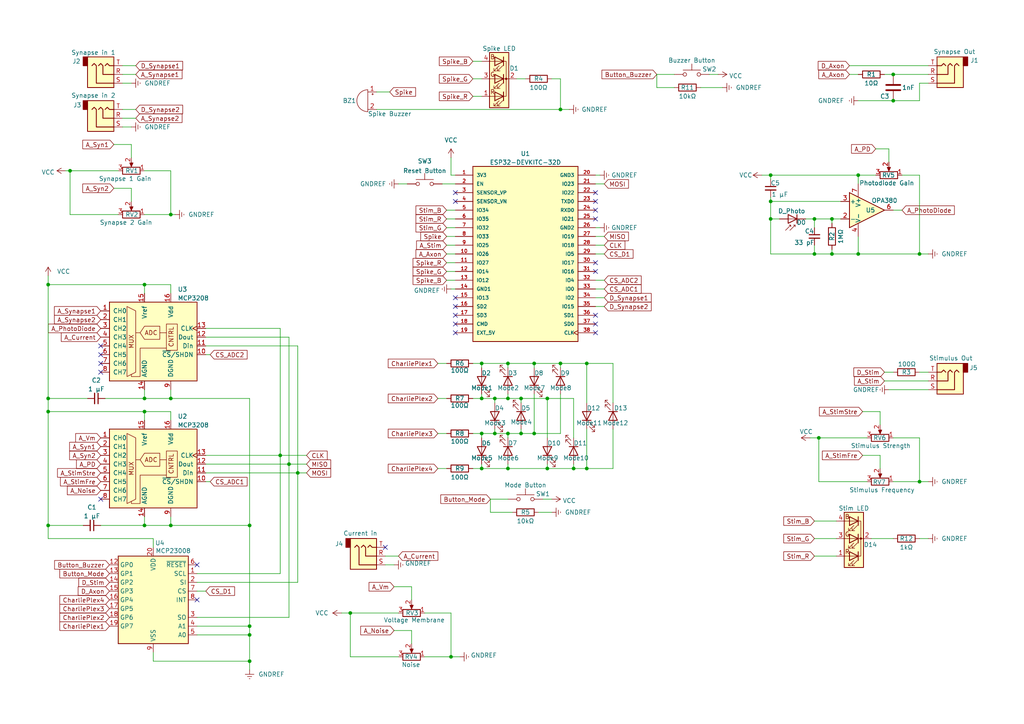
<source format=kicad_sch>
(kicad_sch (version 20250114) (generator "eeschema") (generator_version "9.0")
  (paper "A4")
  (junction (at 170.18 105.41))
  (junction (at 147.32 125.73))
  (junction (at 49.53 152.4))
  (junction (at 13.97 115.57))
  (junction (at 241.3 73.66))
  (junction (at 130.81 190.5))
  (junction (at 72.39 191.77))
  (junction (at 154.94 105.41))
  (junction (at 139.7 115.57))
  (junction (at 86.36 137.16))
  (junction (at 170.18 135.89))
  (junction (at 41.91 82.55))
  (junction (at 166.37 135.89))
  (junction (at 248.92 50.8))
  (junction (at 72.39 181.61))
  (junction (at 139.7 125.73))
  (junction (at 139.7 135.89))
  (junction (at 223.52 50.8))
  (junction (at 13.97 119.38))
  (junction (at 266.7 139.7))
  (junction (at 20.32 49.53))
  (junction (at 143.51 115.57))
  (junction (at 162.56 31.75))
  (junction (at 49.53 115.57))
  (junction (at 151.13 125.73))
  (junction (at 158.75 135.89))
  (junction (at 83.82 134.62))
  (junction (at 237.49 127))
  (junction (at 41.91 152.4))
  (junction (at 147.32 105.41))
  (junction (at 154.94 125.73))
  (junction (at 13.97 82.55))
  (junction (at 72.39 152.4))
  (junction (at 266.7 73.66))
  (junction (at 49.53 62.23))
  (junction (at 81.28 132.08))
  (junction (at 151.13 115.57))
  (junction (at 72.39 184.15))
  (junction (at 101.6 177.8))
  (junction (at 241.3 63.5))
  (junction (at 259.08 21.59))
  (junction (at 13.97 152.4))
  (junction (at 259.08 29.21))
  (junction (at 143.51 125.73))
  (junction (at 147.32 115.57))
  (junction (at 236.22 73.66))
  (junction (at 41.91 119.38))
  (junction (at 223.52 58.42))
  (junction (at 223.52 63.5))
  (junction (at 147.32 135.89))
  (junction (at 158.75 115.57))
  (junction (at 139.7 105.41))
  (junction (at 41.91 115.57))
  (junction (at 248.92 73.66))
  (junction (at 236.22 63.5))
  (junction (at 162.56 105.41))
  (no_connect (at 29.21 144.78))
  (no_connect (at 29.21 107.95))
  (no_connect (at 29.21 105.41))
  (no_connect (at 29.21 100.33))
  (no_connect (at 29.21 102.87))
  (no_connect (at 172.72 91.44))
  (no_connect (at 172.72 93.98))
  (no_connect (at 172.72 96.52))
  (no_connect (at 132.08 93.98))
  (no_connect (at 132.08 91.44))
  (no_connect (at 132.08 88.9))
  (no_connect (at 172.72 55.88))
  (no_connect (at 132.08 86.36))
  (no_connect (at 172.72 76.2))
  (no_connect (at 172.72 78.74))
  (no_connect (at 172.72 63.5))
  (no_connect (at 132.08 96.52))
  (no_connect (at 111.76 158.75))
  (no_connect (at 172.72 58.42))
  (no_connect (at 172.72 60.96))
  (no_connect (at 57.15 173.99))
  (no_connect (at 57.15 163.83))
  (no_connect (at 132.08 55.88))
  (no_connect (at 132.08 58.42))
  (wire (pts (xy 266.7 156.21) (xy 269.24 156.21)))
  (wire (pts (xy 139.7 105.41) (xy 139.7 106.68)))
  (wire (pts (xy 266.7 127) (xy 266.7 139.7)))
  (wire (pts (xy 172.72 73.66) (xy 175.26 73.66)))
  (wire (pts (xy 172.72 50.8) (xy 173.99 50.8)))
  (wire (pts (xy 259.08 29.21) (xy 266.7 29.21)))
  (wire (pts (xy 223.52 50.8) (xy 220.98 50.8)))
  (wire (pts (xy 147.32 105.41) (xy 154.94 105.41)))
  (wire (pts (xy 158.75 115.57) (xy 166.37 115.57)))
  (wire (pts (xy 248.92 73.66) (xy 266.7 73.66)))
  (wire (pts (xy 41.91 82.55) (xy 49.53 82.55)))
  (wire (pts (xy 137.16 125.73) (xy 139.7 125.73)))
  (wire (pts (xy 41.91 82.55) (xy 41.91 85.09)))
  (wire (pts (xy 59.69 171.45) (xy 57.15 171.45)))
  (wire (pts (xy 130.81 177.8) (xy 130.81 190.5)))
  (wire (pts (xy 223.52 57.15) (xy 223.52 58.42)))
  (wire (pts (xy 256.54 107.95) (xy 259.08 107.95)))
  (wire (pts (xy 41.91 115.57) (xy 30.48 115.57)))
  (wire (pts (xy 129.54 76.2) (xy 132.08 76.2)))
  (wire (pts (xy 20.32 49.53) (xy 34.29 49.53)))
  (wire (pts (xy 139.7 125.73) (xy 143.51 125.73)))
  (wire (pts (xy 41.91 119.38) (xy 41.91 121.92)))
  (wire (pts (xy 13.97 152.4) (xy 24.13 152.4)))
  (wire (pts (xy 49.53 62.23) (xy 50.8 62.23)))
  (wire (pts (xy 130.81 45.72) (xy 130.81 50.8)))
  (wire (pts (xy 129.54 71.12) (xy 132.08 71.12)))
  (wire (pts (xy 177.8 105.41) (xy 177.8 116.84)))
  (wire (pts (xy 172.72 68.58) (xy 175.26 68.58)))
  (wire (pts (xy 259.08 127) (xy 266.7 127)))
  (wire (pts (xy 35.56 24.13) (xy 38.1 24.13)))
  (wire (pts (xy 33.02 54.61) (xy 38.1 54.61)))
  (wire (pts (xy 157.48 144.78) (xy 160.02 144.78)))
  (wire (pts (xy 170.18 105.41) (xy 170.18 116.84)))
  (wire (pts (xy 114.3 170.18) (xy 119.38 170.18)))
  (wire (pts (xy 72.39 184.15) (xy 72.39 191.77)))
  (wire (pts (xy 166.37 115.57) (xy 166.37 127)))
  (wire (pts (xy 248.92 29.21) (xy 259.08 29.21)))
  (wire (pts (xy 241.3 73.66) (xy 248.92 73.66)))
  (wire (pts (xy 127 125.73) (xy 129.54 125.73)))
  (wire (pts (xy 41.91 113.03) (xy 41.91 115.57)))
  (wire (pts (xy 236.22 151.13) (xy 242.57 151.13)))
  (wire (pts (xy 13.97 80.01) (xy 13.97 82.55)))
  (wire (pts (xy 49.53 82.55) (xy 49.53 85.09)))
  (wire (pts (xy 256.54 21.59) (xy 259.08 21.59)))
  (wire (pts (xy 35.56 34.29) (xy 39.37 34.29)))
  (wire (pts (xy 44.45 156.21) (xy 44.45 158.75)))
  (wire (pts (xy 83.82 179.07) (xy 57.15 179.07)))
  (wire (pts (xy 13.97 82.55) (xy 13.97 115.57)))
  (wire (pts (xy 129.54 78.74) (xy 132.08 78.74)))
  (wire (pts (xy 38.1 41.91) (xy 33.02 41.91)))
  (wire (pts (xy 49.53 49.53) (xy 49.53 62.23)))
  (wire (pts (xy 237.49 127) (xy 251.46 127)))
  (wire (pts (xy 266.7 50.8) (xy 266.7 73.66)))
  (wire (pts (xy 35.56 31.75) (xy 39.37 31.75)))
  (wire (pts (xy 13.97 119.38) (xy 41.91 119.38)))
  (wire (pts (xy 13.97 115.57) (xy 25.4 115.57)))
  (wire (pts (xy 129.54 73.66) (xy 132.08 73.66)))
  (wire (pts (xy 130.81 190.5) (xy 133.35 190.5)))
  (wire (pts (xy 119.38 170.18) (xy 119.38 173.99)))
  (wire (pts (xy 59.69 139.7) (xy 60.96 139.7)))
  (wire (pts (xy 99.06 177.8) (xy 101.6 177.8)))
  (wire (pts (xy 142.24 148.59) (xy 148.59 148.59)))
  (wire (pts (xy 59.69 134.62) (xy 83.82 134.62)))
  (wire (pts (xy 83.82 134.62) (xy 83.82 179.07)))
  (wire (pts (xy 86.36 168.91) (xy 57.15 168.91)))
  (wire (pts (xy 49.53 152.4) (xy 72.39 152.4)))
  (wire (pts (xy 147.32 125.73) (xy 147.32 127)))
  (wire (pts (xy 57.15 184.15) (xy 72.39 184.15)))
  (wire (pts (xy 172.72 71.12) (xy 175.26 71.12)))
  (wire (pts (xy 137.16 22.86) (xy 139.7 22.86)))
  (wire (pts (xy 130.81 50.8) (xy 132.08 50.8)))
  (wire (pts (xy 129.54 68.58) (xy 132.08 68.58)))
  (wire (pts (xy 160.02 22.86) (xy 162.56 22.86)))
  (wire (pts (xy 166.37 134.62) (xy 166.37 135.89)))
  (wire (pts (xy 109.22 26.67) (xy 113.03 26.67)))
  (wire (pts (xy 257.81 43.18) (xy 254 43.18)))
  (wire (pts (xy 13.97 115.57) (xy 13.97 119.38)))
  (wire (pts (xy 41.91 119.38) (xy 49.53 119.38)))
  (wire (pts (xy 170.18 135.89) (xy 170.18 124.46)))
  (wire (pts (xy 151.13 115.57) (xy 158.75 115.57)))
  (wire (pts (xy 129.54 81.28) (xy 132.08 81.28)))
  (wire (pts (xy 241.3 73.66) (xy 241.3 72.39)))
  (wire (pts (xy 81.28 132.08) (xy 81.28 166.37)))
  (wire (pts (xy 81.28 95.25) (xy 59.69 95.25)))
  (wire (pts (xy 151.13 115.57) (xy 151.13 116.84)))
  (wire (pts (xy 101.6 177.8) (xy 115.57 177.8)))
  (wire (pts (xy 72.39 191.77) (xy 72.39 194.31)))
  (wire (pts (xy 172.72 83.82) (xy 175.26 83.82)))
  (wire (pts (xy 241.3 63.5) (xy 241.3 64.77)))
  (wire (pts (xy 175.26 86.36) (xy 172.72 86.36)))
  (wire (pts (xy 162.56 105.41) (xy 162.56 106.68)))
  (wire (pts (xy 20.32 62.23) (xy 20.32 49.53)))
  (wire (pts (xy 83.82 134.62) (xy 88.9 134.62)))
  (wire (pts (xy 250.19 132.08) (xy 255.27 132.08)))
  (wire (pts (xy 127 135.89) (xy 129.54 135.89)))
  (wire (pts (xy 35.56 19.05) (xy 39.37 19.05)))
  (wire (pts (xy 139.7 115.57) (xy 143.51 115.57)))
  (wire (pts (xy 49.53 115.57) (xy 72.39 115.57)))
  (wire (pts (xy 158.75 115.57) (xy 158.75 127)))
  (wire (pts (xy 158.75 134.62) (xy 158.75 135.89)))
  (wire (pts (xy 59.69 132.08) (xy 81.28 132.08)))
  (wire (pts (xy 205.74 21.59) (xy 208.28 21.59)))
  (wire (pts (xy 266.7 139.7) (xy 269.24 139.7)))
  (wire (pts (xy 172.72 81.28) (xy 175.26 81.28)))
  (wire (pts (xy 162.56 105.41) (xy 170.18 105.41)))
  (wire (pts (xy 257.81 113.03) (xy 269.24 113.03)))
  (wire (pts (xy 115.57 53.34) (xy 118.11 53.34)))
  (wire (pts (xy 139.7 135.89) (xy 147.32 135.89)))
  (wire (pts (xy 41.91 115.57) (xy 49.53 115.57)))
  (wire (pts (xy 139.7 105.41) (xy 147.32 105.41)))
  (wire (pts (xy 139.7 115.57) (xy 137.16 115.57)))
  (wire (pts (xy 266.7 24.13) (xy 269.24 24.13)))
  (wire (pts (xy 243.84 58.42) (xy 223.52 58.42)))
  (wire (pts (xy 143.51 115.57) (xy 143.51 116.84)))
  (wire (pts (xy 72.39 115.57) (xy 72.39 152.4)))
  (wire (pts (xy 35.56 36.83) (xy 38.1 36.83)))
  (wire (pts (xy 81.28 166.37) (xy 57.15 166.37)))
  (wire (pts (xy 49.53 119.38) (xy 49.53 121.92)))
  (wire (pts (xy 190.5 25.4) (xy 195.58 25.4)))
  (wire (pts (xy 234.95 127) (xy 237.49 127)))
  (wire (pts (xy 248.92 68.58) (xy 248.92 73.66)))
  (wire (pts (xy 154.94 125.73) (xy 162.56 125.73)))
  (wire (pts (xy 129.54 66.04) (xy 132.08 66.04)))
  (wire (pts (xy 166.37 135.89) (xy 170.18 135.89)))
  (wire (pts (xy 59.69 137.16) (xy 86.36 137.16)))
  (wire (pts (xy 147.32 115.57) (xy 147.32 114.3)))
  (wire (pts (xy 137.16 17.78) (xy 139.7 17.78)))
  (wire (pts (xy 190.5 21.59) (xy 195.58 21.59)))
  (wire (pts (xy 223.52 58.42) (xy 223.52 63.5)))
  (wire (pts (xy 147.32 134.62) (xy 147.32 135.89)))
  (wire (pts (xy 223.52 63.5) (xy 223.52 73.66)))
  (wire (pts (xy 59.69 102.87) (xy 60.96 102.87)))
  (wire (pts (xy 151.13 125.73) (xy 154.94 125.73)))
  (wire (pts (xy 139.7 134.62) (xy 139.7 135.89)))
  (wire (pts (xy 41.91 152.4) (xy 49.53 152.4)))
  (wire (pts (xy 111.76 163.83) (xy 114.3 163.83)))
  (wire (pts (xy 259.08 21.59) (xy 269.24 21.59)))
  (wire (pts (xy 175.26 88.9) (xy 172.72 88.9)))
  (wire (pts (xy 41.91 62.23) (xy 49.53 62.23)))
  (wire (pts (xy 83.82 97.79) (xy 59.69 97.79)))
  (wire (pts (xy 130.81 83.82) (xy 132.08 83.82)))
  (wire (pts (xy 246.38 21.59) (xy 248.92 21.59)))
  (wire (pts (xy 172.72 53.34) (xy 175.26 53.34)))
  (wire (pts (xy 143.51 124.46) (xy 143.51 125.73)))
  (wire (pts (xy 13.97 82.55) (xy 41.91 82.55)))
  (wire (pts (xy 162.56 114.3) (xy 162.56 125.73)))
  (wire (pts (xy 154.94 105.41) (xy 162.56 105.41)))
  (wire (pts (xy 162.56 31.75) (xy 162.56 22.86)))
  (wire (pts (xy 137.16 105.41) (xy 139.7 105.41)))
  (wire (pts (xy 81.28 132.08) (xy 81.28 95.25)))
  (wire (pts (xy 149.86 22.86) (xy 152.4 22.86)))
  (wire (pts (xy 147.32 105.41) (xy 147.32 106.68)))
  (wire (pts (xy 162.56 31.75) (xy 165.1 31.75)))
  (wire (pts (xy 13.97 152.4) (xy 13.97 156.21)))
  (wire (pts (xy 114.3 182.88) (xy 119.38 182.88)))
  (wire (pts (xy 119.38 182.88) (xy 119.38 186.69)))
  (wire (pts (xy 35.56 21.59) (xy 39.37 21.59)))
  (wire (pts (xy 266.7 24.13) (xy 266.7 29.21)))
  (wire (pts (xy 203.2 25.4) (xy 209.55 25.4)))
  (wire (pts (xy 137.16 27.94) (xy 139.7 27.94)))
  (wire (pts (xy 86.36 137.16) (xy 86.36 168.91)))
  (wire (pts (xy 13.97 156.21) (xy 44.45 156.21)))
  (wire (pts (xy 255.27 132.08) (xy 255.27 135.89)))
  (wire (pts (xy 259.08 139.7) (xy 266.7 139.7)))
  (wire (pts (xy 29.21 152.4) (xy 41.91 152.4)))
  (wire (pts (xy 255.27 119.38) (xy 255.27 123.19)))
  (wire (pts (xy 236.22 156.21) (xy 242.57 156.21)))
  (wire (pts (xy 156.21 148.59) (xy 160.02 148.59)))
  (wire (pts (xy 72.39 181.61) (xy 57.15 181.61)))
  (wire (pts (xy 236.22 71.12) (xy 236.22 73.66)))
  (wire (pts (xy 137.16 135.89) (xy 139.7 135.89)))
  (wire (pts (xy 248.92 50.8) (xy 248.92 53.34)))
  (wire (pts (xy 83.82 134.62) (xy 83.82 97.79)))
  (wire (pts (xy 223.52 50.8) (xy 248.92 50.8)))
  (wire (pts (xy 266.7 107.95) (xy 269.24 107.95)))
  (wire (pts (xy 154.94 105.41) (xy 154.94 106.68)))
  (wire (pts (xy 236.22 63.5) (xy 236.22 66.04)))
  (wire (pts (xy 237.49 139.7) (xy 237.49 127)))
  (wire (pts (xy 237.49 139.7) (xy 251.46 139.7)))
  (wire (pts (xy 86.36 100.33) (xy 59.69 100.33)))
  (wire (pts (xy 254 50.8) (xy 248.92 50.8)))
  (wire (pts (xy 223.52 63.5) (xy 226.06 63.5)))
  (wire (pts (xy 223.52 52.07) (xy 223.52 50.8)))
  (wire (pts (xy 170.18 135.89) (xy 177.8 135.89)))
  (wire (pts (xy 261.62 60.96) (xy 259.08 60.96)))
  (wire (pts (xy 101.6 190.5) (xy 115.57 190.5)))
  (wire (pts (xy 49.53 115.57) (xy 49.53 113.03)))
  (wire (pts (xy 151.13 125.73) (xy 151.13 124.46)))
  (wire (pts (xy 44.45 191.77) (xy 72.39 191.77)))
  (wire (pts (xy 128.27 53.34) (xy 132.08 53.34)))
  (wire (pts (xy 170.18 105.41) (xy 177.8 105.41)))
  (wire (pts (xy 223.52 73.66) (xy 236.22 73.66)))
  (wire (pts (xy 139.7 125.73) (xy 139.7 127)))
  (wire (pts (xy 143.51 115.57) (xy 147.32 115.57)))
  (wire (pts (xy 41.91 49.53) (xy 49.53 49.53)))
  (wire (pts (xy 177.8 135.89) (xy 177.8 124.46)))
  (wire (pts (xy 236.22 63.5) (xy 241.3 63.5)))
  (wire (pts (xy 142.24 144.78) (xy 147.32 144.78)))
  (wire (pts (xy 86.36 137.16) (xy 86.36 100.33)))
  (wire (pts (xy 86.36 137.16) (xy 88.9 137.16)))
  (wire (pts (xy 142.24 144.78) (xy 142.24 148.59)))
  (wire (pts (xy 109.22 31.75) (xy 162.56 31.75)))
  (wire (pts (xy 13.97 119.38) (xy 13.97 152.4)))
  (wire (pts (xy 38.1 41.91) (xy 38.1 45.72)))
  (wire (pts (xy 129.54 63.5) (xy 132.08 63.5)))
  (wire (pts (xy 190.5 21.59) (xy 190.5 25.4)))
  (wire (pts (xy 129.54 60.96) (xy 132.08 60.96)))
  (wire (pts (xy 250.19 119.38) (xy 255.27 119.38)))
  (wire (pts (xy 147.32 135.89) (xy 158.75 135.89)))
  (wire (pts (xy 256.54 110.49) (xy 269.24 110.49)))
  (wire (pts (xy 236.22 73.66) (xy 241.3 73.66)))
  (wire (pts (xy 158.75 135.89) (xy 166.37 135.89)))
  (wire (pts (xy 20.32 62.23) (xy 34.29 62.23)))
  (wire (pts (xy 72.39 181.61) (xy 72.39 184.15)))
  (wire (pts (xy 123.19 190.5) (xy 130.81 190.5)))
  (wire (pts (xy 127 105.41) (xy 129.54 105.41)))
  (wire (pts (xy 154.94 114.3) (xy 154.94 125.73)))
  (wire (pts (xy 246.38 19.05) (xy 269.24 19.05)))
  (wire (pts (xy 19.05 49.53) (xy 20.32 49.53)))
  (wire (pts (xy 172.72 66.04) (xy 173.99 66.04)))
  (wire (pts (xy 257.81 43.18) (xy 257.81 46.99)))
  (wire (pts (xy 44.45 189.23) (xy 44.45 191.77)))
  (wire (pts (xy 41.91 149.86) (xy 41.91 152.4)))
  (wire (pts (xy 38.1 54.61) (xy 38.1 58.42)))
  (wire (pts (xy 241.3 63.5) (xy 243.84 63.5)))
  (wire (pts (xy 261.62 50.8) (xy 266.7 50.8)))
  (wire (pts (xy 49.53 149.86) (xy 49.53 152.4)))
  (wire (pts (xy 139.7 114.3) (xy 139.7 115.57)))
  (wire (pts (xy 236.22 161.29) (xy 242.57 161.29)))
  (wire (pts (xy 233.68 63.5) (xy 236.22 63.5)))
  (wire (pts (xy 81.28 132.08) (xy 88.9 132.08)))
  (wire (pts (xy 147.32 115.57) (xy 151.13 115.57)))
  (wire (pts (xy 127 115.57) (xy 129.54 115.57)))
  (wire (pts (xy 147.32 125.73) (xy 151.13 125.73)))
  (wire (pts (xy 101.6 190.5) (xy 101.6 177.8)))
  (wire (pts (xy 266.7 73.66) (xy 269.24 73.66)))
  (wire (pts (xy 123.19 177.8) (xy 130.81 177.8)))
  (wire (pts (xy 111.76 161.29) (xy 115.57 161.29)))
  (wire (pts (xy 252.73 156.21) (xy 259.08 156.21)))
  (wire (pts (xy 72.39 152.4) (xy 72.39 181.61)))
  (wire (pts (xy 143.51 125.73) (xy 147.32 125.73)))
  (global_label "MISO" (shape input) (at 175.26 68.58 0) (property "Intersheetrefs" "${INTERSHEET_REFS}" (effects (hide yes))))
  (global_label "Stim_G" (shape input) (at 129.54 66.04 180) (property "Intersheetrefs" "${INTERSHEET_REFS}" (effects (hide yes))))
  (global_label "Spike_G" (shape input) (at 129.54 78.74 180) (property "Intersheetrefs" "${INTERSHEET_REFS}" (effects (hide yes))))
  (global_label "A_StimFre" (shape input) (at 250.19 132.08 180) (property "Intersheetrefs" "${INTERSHEET_REFS}" (effects (hide yes))))
  (global_label "A_Synapse2" (shape input) (at 29.21 92.71 180) (property "Intersheetrefs" "${INTERSHEET_REFS}" (effects (hide yes))))
  (global_label "MOSI" (shape input) (at 88.9 137.16 0) (property "Intersheetrefs" "${INTERSHEET_REFS}" (effects (hide yes))))
  (global_label "CharliePlex1" (shape input) (at 127 105.41 180) (property "Intersheetrefs" "${INTERSHEET_REFS}" (effects (hide yes))))
  (global_label "A_Axon" (shape input) (at 246.38 21.59 180) (property "Intersheetrefs" "${INTERSHEET_REFS}" (effects (hide yes))))
  (global_label "D_Synapse1" (shape input) (at 39.37 19.05 0) (property "Intersheetrefs" "${INTERSHEET_REFS}" (effects (hide yes))))
  (global_label "D_Synapse2" (shape input) (at 175.26 88.9 0) (property "Intersheetrefs" "${INTERSHEET_REFS}" (effects (hide yes))))
  (global_label "Button_Mode" (shape input) (at 142.24 144.78 180) (property "Intersheetrefs" "${INTERSHEET_REFS}" (effects (hide yes))))
  (global_label "CS_ADC1" (shape input) (at 60.96 139.7 0) (property "Intersheetrefs" "${INTERSHEET_REFS}" (effects (hide yes))))
  (global_label "Button_Mode" (shape input) (at 31.75 166.37 180) (property "Intersheetrefs" "${INTERSHEET_REFS}" (effects (hide yes))))
  (global_label "A_Synapse1" (shape input) (at 39.37 21.59 0) (property "Intersheetrefs" "${INTERSHEET_REFS}" (effects (hide yes))))
  (global_label "A_Synapse1" (shape input) (at 29.21 90.17 180) (property "Intersheetrefs" "${INTERSHEET_REFS}" (effects (hide yes))))
  (global_label "A_StimStre" (shape input) (at 250.19 119.38 180) (property "Intersheetrefs" "${INTERSHEET_REFS}" (effects (hide yes))))
  (global_label "A_Syn2" (shape input) (at 33.02 54.61 180) (property "Intersheetrefs" "${INTERSHEET_REFS}" (effects (hide yes))))
  (global_label "Stim_B" (shape input) (at 236.22 151.13 180) (property "Intersheetrefs" "${INTERSHEET_REFS}" (effects (hide yes))))
  (global_label "A_Stim" (shape input) (at 129.54 71.12 180) (property "Intersheetrefs" "${INTERSHEET_REFS}" (effects (hide yes))))
  (global_label "CS_ADC2" (shape input) (at 175.26 81.28 0) (property "Intersheetrefs" "${INTERSHEET_REFS}" (effects (hide yes))))
  (global_label "Spike_B" (shape input) (at 137.16 17.78 180) (property "Intersheetrefs" "${INTERSHEET_REFS}" (effects (hide yes))))
  (global_label "D_Synapse2" (shape input) (at 39.37 31.75 0) (property "Intersheetrefs" "${INTERSHEET_REFS}" (effects (hide yes))))
  (global_label "A_Noise" (shape input) (at 114.3 182.88 180) (property "Intersheetrefs" "${INTERSHEET_REFS}" (effects (hide yes))))
  (global_label "A_StimFre" (shape input) (at 29.21 139.7 180) (property "Intersheetrefs" "${INTERSHEET_REFS}" (effects (hide yes))))
  (global_label "A_PhotoDiode" (shape input) (at 29.21 95.25 180) (property "Intersheetrefs" "${INTERSHEET_REFS}" (effects (hide yes))))
  (global_label "D_Axon" (shape input) (at 246.38 19.05 180) (property "Intersheetrefs" "${INTERSHEET_REFS}" (effects (hide yes))))
  (global_label "A_PD" (shape input) (at 254 43.18 180) (property "Intersheetrefs" "${INTERSHEET_REFS}" (effects (hide yes))))
  (global_label "A_StimStre" (shape input) (at 29.21 137.16 180) (property "Intersheetrefs" "${INTERSHEET_REFS}" (effects (hide yes))))
  (global_label "Button_Buzzer" (shape input) (at 190.5 21.59 180) (property "Intersheetrefs" "${INTERSHEET_REFS}" (effects (hide yes))))
  (global_label "MISO" (shape input) (at 88.9 134.62 0) (property "Intersheetrefs" "${INTERSHEET_REFS}" (effects (hide yes))))
  (global_label "Spike" (shape input) (at 113.03 26.67 0) (property "Intersheetrefs" "${INTERSHEET_REFS}" (effects (hide yes))))
  (global_label "Stim_R" (shape input) (at 129.54 63.5 180) (property "Intersheetrefs" "${INTERSHEET_REFS}" (effects (hide yes))))
  (global_label "Spike_R" (shape input) (at 129.54 76.2 180) (property "Intersheetrefs" "${INTERSHEET_REFS}" (effects (hide yes))))
  (global_label "D_Stim" (shape input) (at 31.75 168.91 180) (property "Intersheetrefs" "${INTERSHEET_REFS}" (effects (hide yes))))
  (global_label "A_Stim" (shape input) (at 256.54 110.49 180) (property "Intersheetrefs" "${INTERSHEET_REFS}" (effects (hide yes))))
  (global_label "A_Current" (shape input) (at 29.21 97.79 180) (property "Intersheetrefs" "${INTERSHEET_REFS}" (effects (hide yes))))
  (global_label "A_Synapse2" (shape input) (at 39.37 34.29 0) (property "Intersheetrefs" "${INTERSHEET_REFS}" (effects (hide yes))))
  (global_label "CharliePlex3" (shape input) (at 127 125.73 180) (property "Intersheetrefs" "${INTERSHEET_REFS}" (effects (hide yes))))
  (global_label "CS_ADC2" (shape input) (at 60.96 102.87 0) (property "Intersheetrefs" "${INTERSHEET_REFS}" (effects (hide yes))))
  (global_label "A_Noise" (shape input) (at 29.21 142.24 180) (property "Intersheetrefs" "${INTERSHEET_REFS}" (effects (hide yes))))
  (global_label "A_PhotoDiode" (shape input) (at 261.62 60.96 0) (property "Intersheetrefs" "${INTERSHEET_REFS}" (effects (hide yes))))
  (global_label "CharliePlex3" (shape input) (at 31.75 176.53 180) (property "Intersheetrefs" "${INTERSHEET_REFS}" (effects (hide yes))))
  (global_label "A_Syn2" (shape input) (at 29.21 132.08 180) (property "Intersheetrefs" "${INTERSHEET_REFS}" (effects (hide yes))))
  (global_label "CharliePlex4" (shape input) (at 31.75 173.99 180) (property "Intersheetrefs" "${INTERSHEET_REFS}" (effects (hide yes))))
  (global_label "A_Vm" (shape input) (at 29.21 127 180) (property "Intersheetrefs" "${INTERSHEET_REFS}" (effects (hide yes))))
  (global_label "MOSI" (shape input) (at 175.26 53.34 0) (property "Intersheetrefs" "${INTERSHEET_REFS}" (effects (hide yes))))
  (global_label "A_Vm" (shape input) (at 114.3 170.18 180) (property "Intersheetrefs" "${INTERSHEET_REFS}" (effects (hide yes))))
  (global_label "CLK" (shape input) (at 88.9 132.08 0) (property "Intersheetrefs" "${INTERSHEET_REFS}" (effects (hide yes))))
  (global_label "Stim_G" (shape input) (at 236.22 156.21 180) (property "Intersheetrefs" "${INTERSHEET_REFS}" (effects (hide yes))))
  (global_label "CS_ADC1" (shape input) (at 175.26 83.82 0) (property "Intersheetrefs" "${INTERSHEET_REFS}" (effects (hide yes))))
  (global_label "D_Synapse1" (shape input) (at 175.26 86.36 0) (property "Intersheetrefs" "${INTERSHEET_REFS}" (effects (hide yes))))
  (global_label "A_Syn1" (shape input) (at 29.21 129.54 180) (property "Intersheetrefs" "${INTERSHEET_REFS}" (effects (hide yes))))
  (global_label "Stim_R" (shape input) (at 236.22 161.29 180) (property "Intersheetrefs" "${INTERSHEET_REFS}" (effects (hide yes))))
  (global_label "Spike_R" (shape input) (at 137.16 27.94 180) (property "Intersheetrefs" "${INTERSHEET_REFS}" (effects (hide yes))))
  (global_label "A_Axon" (shape input) (at 129.54 73.66 180) (property "Intersheetrefs" "${INTERSHEET_REFS}" (effects (hide yes))))
  (global_label "D_Axon" (shape input) (at 31.75 171.45 180) (property "Intersheetrefs" "${INTERSHEET_REFS}" (effects (hide yes))))
  (global_label "CharliePlex2" (shape input) (at 31.75 179.07 180) (property "Intersheetrefs" "${INTERSHEET_REFS}" (effects (hide yes))))
  (global_label "D_Stim" (shape input) (at 256.54 107.95 180) (property "Intersheetrefs" "${INTERSHEET_REFS}" (effects (hide yes))))
  (global_label "CharliePlex1" (shape input) (at 31.75 181.61 180) (property "Intersheetrefs" "${INTERSHEET_REFS}" (effects (hide yes))))
  (global_label "A_Syn1" (shape input) (at 33.02 41.91 180) (property "Intersheetrefs" "${INTERSHEET_REFS}" (effects (hide yes))))
  (global_label "CharliePlex4" (shape input) (at 127 135.89 180) (property "Intersheetrefs" "${INTERSHEET_REFS}" (effects (hide yes))))
  (global_label "CS_D1" (shape input) (at 59.69 171.45 0) (property "Intersheetrefs" "${INTERSHEET_REFS}" (effects (hide yes))))
  (global_label "A_PD" (shape input) (at 29.21 134.62 180) (property "Intersheetrefs" "${INTERSHEET_REFS}" (effects (hide yes))))
  (global_label "Spike_G" (shape input) (at 137.16 22.86 180) (property "Intersheetrefs" "${INTERSHEET_REFS}" (effects (hide yes))))
  (global_label "Stim_B" (shape input) (at 129.54 60.96 180) (property "Intersheetrefs" "${INTERSHEET_REFS}" (effects (hide yes))))
  (global_label "CS_D1" (shape input) (at 175.26 73.66 0) (property "Intersheetrefs" "${INTERSHEET_REFS}" (effects (hide yes))))
  (global_label "CLK" (shape input) (at 175.26 71.12 0) (property "Intersheetrefs" "${INTERSHEET_REFS}" (effects (hide yes))))
  (global_label "CharliePlex2" (shape input) (at 127 115.57 180) (property "Intersheetrefs" "${INTERSHEET_REFS}" (effects (hide yes))))
  (global_label "Spike" (shape input) (at 129.54 68.58 180) (property "Intersheetrefs" "${INTERSHEET_REFS}" (effects (hide yes))))
  (global_label "A_Current" (shape input) (at 115.57 161.29 0) (property "Intersheetrefs" "${INTERSHEET_REFS}" (effects (hide yes))))
  (global_label "Button_Buzzer" (shape input) (at 31.75 163.83 180) (property "Intersheetrefs" "${INTERSHEET_REFS}" (effects (hide yes))))
  (global_label "Spike_B" (shape input) (at 129.54 81.28 180) (property "Intersheetrefs" "${INTERSHEET_REFS}" (effects (hide yes))))
  (symbol (lib_id "Device:R") (at 156.21 22.86 90) (unit 1)
    (property "Reference" "R4" (at 156.21 22.86 90))
    (property "Value" "100Ω" (at 156.21 25.4 90))
    (property "Footprint" "Resistor_THT:R_Axial_DIN0207_L6.3mm_D2.5mm_P10.16mm_Horizontal" (effects (hide yes)))
  )
  (symbol (lib_id "Switch:SW_Push") (at 123.19 53.34 0) (unit 1)
    (property "Reference" "SW3" (at 123.19 46.7192 0))
    (property "Value" "Reset Button" (at 123.19 49.53 0))
    (property "Footprint" "Button_Switch_THT:Spikeling reset button" (effects (hide yes)))
  )
  (symbol (lib_id "Device:R_Potentiometer") (at 119.38 177.8 270) (mirror x) (unit 1)
    (property "Reference" "RV3" (at 121.412 177.8 90) (effects (justify right)))
    (property "Value" "Voltage Membrane" (at 129.032 179.832 90) (effects (justify right)))
    (property "Footprint" "Potentiometer_THT:Spikeling Potentiometer" (effects (hide yes)))
  )
  (symbol (lib_id "power:VCC") (at 208.28 21.59 270) (mirror x) (unit 1)
    (property "Reference" "#PWR0122" (effects (hide yes)))
    (property "Value" "VCC" (at 211.455 22.0238 90) (effects (justify left)))
  )
  (symbol (lib_id "power:VCC") (at 234.95 127 90) (mirror x) (unit 1)
    (property "Reference" "#PWR02" (effects (hide yes)))
    (property "Value" "VCC" (at 231.902 125.222 90) (effects (justify right)))
  )
  (symbol (lib_id "power:GNDREF") (at 269.24 73.66 90) (unit 1)
    (property "Reference" "#PWR08" (effects (hide yes)))
    (property "Value" "GNDREF" (at 273.05 73.6599 90) (effects (justify right)))
  )
  (symbol (lib_id "power:GNDREF") (at 160.02 148.59 90) (unit 1)
    (property "Reference" "#PWR0106" (effects (hide yes)))
    (property "Value" "GNDREF" (at 171.45 148.59 90) (effects (justify left)))
  )
  (symbol (lib_id "power:GNDREF") (at 209.55 25.4 90) (unit 1)
    (property "Reference" "#PWR0121" (effects (hide yes)))
    (property "Value" "GNDREF" (at 220.98 25.4 90) (effects (justify left)))
  )
  (symbol (lib_id "Device:R_Potentiometer") (at 257.81 50.8 270) (mirror x) (unit 1)
    (property "Reference" "RV5" (at 259.588 50.8 90) (effects (justify right)))
    (property "Value" "Photodiode Gain" (at 265.176 53.086 90) (effects (justify right)))
    (property "Footprint" "Potentiometer_THT:Spikeling Potentiometer" (effects (hide yes)))
  )
  (symbol (lib_id "Device:R_Potentiometer") (at 38.1 62.23 270) (mirror x) (unit 1)
    (property "Reference" "RV2" (at 40.132 62.23 90) (effects (justify right)))
    (property "Value" "Synapse 2 Gain" (at 44.196 64.516 90) (effects (justify right)))
    (property "Footprint" "Potentiometer_THT:Spikeling Potentiometer" (effects (hide yes)))
  )
  (symbol (lib_id "Device:R") (at 199.39 25.4 90) (unit 1)
    (property "Reference" "R11" (at 199.39 25.4 90))
    (property "Value" "10kΩ" (at 199.39 27.94 90))
    (property "Footprint" "Resistor_THT:R_Axial_DIN0207_L6.3mm_D2.5mm_P10.16mm_Horizontal" (effects (hide yes)))
  )
  (symbol (lib_id "power:GNDREF") (at 38.1 24.13 90) (unit 1)
    (property "Reference" "#PWR03" (effects (hide yes)))
    (property "Value" "GNDREF" (at 41.91 24.1299 90) (effects (justify right)))
  )
  (symbol (lib_id "Connector:AudioJack3") (at 274.32 21.59 180) (unit 1)
    (property "Reference" "J1" (at 281.432 17.526 0) (effects (justify right)))
    (property "Value" "Synapse Out" (at 270.764 14.986 0) (effects (justify right)))
    (property "Footprint" "Audio_Module:Spikeling Audio Jack 3.5mm" (effects (hide yes)))
  )
  (symbol (lib_id "power:GNDREF") (at 38.1 36.83 90) (unit 1)
    (property "Reference" "#PWR04" (effects (hide yes)))
    (property "Value" "GNDREF" (at 41.91 36.8299 90) (effects (justify right)))
  )
  (symbol (lib_id "Interface_Expansion:MCP23008-xSS") (at 44.45 173.99 0) (mirror y) (unit 1)
    (property "Reference" "U4" (at 47.752 157.48 0) (effects (justify left)))
    (property "Value" "MCP23008" (at 55.372 159.766 0) (effects (justify left)))
    (property "Footprint" "Package_DIP:DIP-20_W7.62mm" (effects (hide yes)))
    (property "Datasheet" "http://ww1.microchip.com/downloads/en/DeviceDoc/MCP23008-MCP23S08-Data-Sheet-20001919F.pdf" (effects (hide yes)))
  )
  (symbol (lib_id "power:VCC") (at 13.97 80.01 0) (unit 1)
    (property "Reference" "#PWR0108" (effects (hide yes)))
    (property "Value" "VCC" (at 16.51 78.7399 0) (effects (justify left)))
  )
  (symbol (lib_id "power:VCC") (at 130.81 45.72 0) (unit 1)
    (property "Reference" "#PWR01" (effects (hide yes)))
    (property "Value" "VCC" (at 130.81 40.64 0))
  )
  (symbol (lib_id "power:GNDREF") (at 72.39 194.31 0) (unit 1)
    (property "Reference" "#PWR0111" (effects (hide yes)))
    (property "Value" "GNDREF" (at 74.93 195.5799 0) (effects (justify left)))
  )
  (symbol (lib_id "Analog_ADC:MCP3208") (at 44.45 134.62 0) (unit 1)
    (property "Reference" "U2" (at 51.5494 120.7602 0) (effects (justify left)))
    (property "Value" "MCP3208" (at 51.5494 123.2971 0) (effects (justify left)))
    (property "Footprint" "Package_DIP:DIP-16_W7.62mm" (effects (hide yes)))
    (property "Datasheet" "http://ww1.microchip.com/downloads/en/DeviceDoc/21298c.pdf" (effects (hide yes)))
  )
  (symbol (lib_id "Device:R_Potentiometer") (at 255.27 139.7 270) (mirror x) (unit 1)
    (property "Reference" "RV7" (at 256.921 139.827 90) (effects (justify right)))
    (property "Value" "Stimulus Frequency" (at 265.303 142.113 90) (effects (justify right)))
    (property "Footprint" "Potentiometer_THT:Spikeling Potentiometer" (effects (hide yes)))
  )
  (symbol (lib_id "Device:R") (at 133.35 135.89 90) (unit 1)
    (property "Reference" "R9" (at 133.35 135.89 90))
    (property "Value" "100Ω" (at 133.35 138.43 90))
    (property "Footprint" "Resistor_THT:R_Axial_DIN0207_L6.3mm_D2.5mm_P10.16mm_Horizontal" (effects (hide yes)))
  )
  (symbol (lib_id "Device:LED") (at 177.8 120.65 270) (unit 1)
    (property "Reference" "D13" (at 178.054 118.364 90) (effects (justify left)))
    (property "Value" "Mode12" (at 174.752 122.682 90) (effects (justify left)))
    (property "Footprint" "LED_THT:LED_D3.0mm" (effects (hide yes)))
  )
  (symbol (lib_id "Device:Buzzer") (at 106.68 29.21 0) (mirror y) (unit 1)
    (property "Reference" "BZ1" (at 101.346 29.21 0))
    (property "Value" "Spike Buzzer" (at 113.03 33.02 0))
    (property "Footprint" "Buzzer_Beeper:Buzzer_11.5x9.5RM5" (effects (hide yes)))
  )
  (symbol (lib_id "Device:C_Small") (at 27.94 115.57 270) (mirror x) (unit 1)
    (property "Reference" "C2" (at 27.9336 110.3081 90))
    (property "Value" "1 μF" (at 27.9336 112.845 90))
    (property "Footprint" "Capacitor_THT:CP_Radial_D4.0mm_P2.00mm" (effects (hide yes)))
  )
  (symbol (lib_id "Device:LED_RKGB") (at 144.78 22.86 180) (unit 1)
    (property "Reference" "D1" (at 149.098 19.812 0))
    (property "Value" "Spike LED" (at 144.78 14.0771 0))
    (property "Footprint" "LED_THT:LED_D5.0mm-4_RGB" (effects (hide yes)))
  )
  (symbol (lib_id "Connector:AudioJack3") (at 30.48 21.59 0) (mirror x) (unit 1)
    (property "Reference" "J2" (at 23.368 17.78 0) (effects (justify right)))
    (property "Value" "Synapse in 1" (at 33.528 15.24 0) (effects (justify right)))
    (property "Footprint" "Audio_Module:Spikeling Audio Jack 3.5mm" (effects (hide yes)))
  )
  (symbol (lib_id "power:GNDREF") (at 130.81 83.82 270) (unit 1)
    (property "Reference" "#PWR0114" (effects (hide yes)))
    (property "Value" "GNDREF" (at 127.6351 84.2538 90) (effects (justify right)))
  )
  (symbol (lib_id "Switch:SW_Push") (at 152.4 144.78 0) (unit 1)
    (property "Reference" "SW1" (at 157.48 143.256 0))
    (property "Value" "Mode Button" (at 152.4 140.6961 0))
    (property "Footprint" "Button_Switch_THT:SW_PUSH_6mm_H13mm" (effects (hide yes)))
  )
  (symbol (lib_id "Device:D_Photo") (at 228.6 63.5 180) (unit 1)
    (property "Reference" "D0" (at 232.41 64.516 0))
    (property "Value" "D_Photo" (at 229.616 61.214 0))
    (property "Footprint" "LED_THT:LED_D5.0mm" (effects (hide yes)))
  )
  (symbol (lib_id "Device:R") (at 262.89 156.21 90) (unit 1)
    (property "Reference" "R12" (at 262.89 156.21 90))
    (property "Value" "1kΩ" (at 262.89 158.75 90))
    (property "Footprint" "Resistor_THT:R_Axial_DIN0207_L6.3mm_D2.5mm_P10.16mm_Horizontal" (effects (hide yes)))
  )
  (symbol (lib_id "Device:R") (at 241.3 68.58 180) (unit 1)
    (property "Reference" "R2" (at 241.3 68.58 90))
    (property "Value" "1MΩ" (at 243.84 68.58 90))
    (property "Footprint" "Resistor_THT:R_Axial_DIN0207_L6.3mm_D2.5mm_P10.16mm_Horizontal" (effects (hide yes)))
  )
  (symbol (lib_id "Device:LED") (at 166.37 130.81 270) (unit 1)
    (property "Reference" "D11" (at 166.37 128.524 90) (effects (justify left)))
    (property "Value" "Mode10" (at 163.322 132.842 90) (effects (justify left)))
    (property "Footprint" "LED_THT:LED_D3.0mm" (effects (hide yes)))
  )
  (symbol (lib_id "power:GNDREF") (at 173.99 50.8 90) (unit 1)
    (property "Reference" "#PWR0101" (effects (hide yes)))
    (property "Value" "GNDREF" (at 177.292 50.8 90) (effects (justify right)))
  )
  (symbol (lib_id "Device:C_Small") (at 236.22 68.58 0) (mirror y) (unit 1)
    (property "Reference" "C4" (at 233.426 67.056 0) (effects (justify right)))
    (property "Value" "33 pF" (at 230.378 70.358 0) (effects (justify right)))
    (property "Footprint" "Capacitor_THT:CP_Radial_D4.0mm_P2.00mm" (effects (hide yes)))
  )
  (symbol (lib_id "power:GNDREF") (at 50.8 62.23 90) (unit 1)
    (property "Reference" "#PWR0109" (effects (hide yes)))
    (property "Value" "GNDREF" (at 54.61 62.2299 90) (effects (justify right)))
  )
  (symbol (lib_id "Switch:SW_Push") (at 200.66 21.59 0) (unit 1)
    (property "Reference" "SW2" (at 205.74 20.066 0))
    (property "Value" "Buzzer Button" (at 200.66 17.5061 0))
    (property "Footprint" "Button_Switch_THT:Spikeling reset button" (effects (hide yes)))
  )
  (symbol (lib_id "Amplifier_Operational:OPA188xxD") (at 251.46 60.96 0) (unit 1)
    (property "Reference" "U5" (at 252.476 60.96 0))
    (property "Value" "OPA380" (at 256.54 58.166 0))
    (property "Footprint" "Package_SO:SOIC-8_3.9x4.9mm_P1.27mm" (effects (hide yes)))
    (property "Datasheet" "http://www.ti.com/lit/ds/symlink/opa188.pdf" (effects (hide yes)))
    (property "Description" "Precision, Low-Noise, Rail-to-Rail Output, 36-V, Zero-Drift Operational Amplifier, SOIC-8" (effects (hide yes)))
  )
  (symbol (lib_id "Device:LED") (at 139.7 130.81 90) (unit 1)
    (property "Reference" "D6" (at 139.7 128.524 90) (effects (justify right)))
    (property "Value" "Mode5" (at 136.652 132.842 90) (effects (justify right)))
    (property "Footprint" "LED_THT:LED_D3.0mm" (effects (hide yes)))
  )
  (symbol (lib_id "Device:R_Potentiometer") (at 255.27 127 270) (mirror x) (unit 1)
    (property "Reference" "RV6" (at 257.048 127 90) (effects (justify right)))
    (property "Value" "Stimulus Strength" (at 264.16 129.286 90) (effects (justify right)))
    (property "Footprint" "Potentiometer_THT:Spikeling Potentiometer" (effects (hide yes)))
  )
  (symbol (lib_id "Device:LED") (at 158.75 130.81 90) (unit 1)
    (property "Reference" "D10" (at 158.75 128.524 90) (effects (justify right)))
    (property "Value" "Mode9" (at 155.702 132.842 90) (effects (justify right)))
    (property "Footprint" "LED_THT:LED_D3.0mm" (effects (hide yes)))
  )
  (symbol (lib_id "power:VCC") (at 220.98 50.8 90) (mirror x) (unit 1)
    (property "Reference" "#PWR09" (effects (hide yes)))
    (property "Value" "VCC" (at 214.376 50.8 90) (effects (justify right)))
  )
  (symbol (lib_id "Device:R") (at 262.89 107.95 90) (unit 1)
    (property "Reference" "R3" (at 262.89 107.95 90))
    (property "Value" "100Ω" (at 263.0424 105.6132 90))
    (property "Footprint" "Resistor_THT:R_Axial_DIN0207_L6.3mm_D2.5mm_P10.16mm_Horizontal" (effects (hide yes)))
  )
  (symbol (lib_id "Analog_ADC:MCP3208") (at 44.45 97.79 0) (unit 1)
    (property "Reference" "U3" (at 51.5494 83.9302 0) (effects (justify left)))
    (property "Value" "MCP3208" (at 51.5494 86.4671 0) (effects (justify left)))
    (property "Footprint" "Package_DIP:DIP-16_W7.62mm" (effects (hide yes)))
    (property "Datasheet" "http://ww1.microchip.com/downloads/en/DeviceDoc/21298c.pdf" (effects (hide yes)))
  )
  (symbol (lib_id "Device:R_Potentiometer") (at 119.38 190.5 270) (mirror x) (unit 1)
    (property "Reference" "RV4" (at 121.158 190.5 90) (effects (justify right)))
    (property "Value" "Noise" (at 121.92 192.786 90) (effects (justify right)))
    (property "Footprint" "Potentiometer_THT:Spikeling Potentiometer" (effects (hide yes)))
  )
  (symbol (lib_id "ESP32-DEVKITC-32D:ESP32-DEVKITC-32D") (at 152.4 73.66 0) (unit 1)
    (property "Reference" "U1" (at 152.4 44.5602 0))
    (property "Value" "ESP32-DEVKITC-32D" (at 152.4 47.0971 0))
    (property "Footprint" "MODULE_ESP32-DEVKITC-32D" (effects (hide yes)))
    (property "PARTREV" "4" (effects (hide yes)))
    (property "MANUFACTURER" "Espressif Systems" (effects (hide yes)))
  )
  (symbol (lib_id "Device:LED") (at 151.13 120.65 270) (unit 1)
    (property "Reference" "D5" (at 151.13 118.364 90) (effects (justify left)))
    (property "Value" "Mode4" (at 148.082 122.428 90) (effects (justify left)))
    (property "Footprint" "LED_THT:LED_D3.0mm" (effects (hide yes)))
  )
  (symbol (lib_id "Connector:AudioJack3") (at 30.48 34.29 0) (mirror x) (unit 1)
    (property "Reference" "J3" (at 23.622 30.48 0) (effects (justify right)))
    (property "Value" "Synapse in 2" (at 33.528 27.686 0) (effects (justify right)))
    (property "Footprint" "Audio_Module:Spikeling Audio Jack 3.5mm" (effects (hide yes)))
  )
  (symbol (lib_id "Device:LED") (at 147.32 130.81 270) (unit 1)
    (property "Reference" "D7" (at 147.32 128.524 90) (effects (justify left)))
    (property "Value" "Mode6" (at 144.272 132.842 90) (effects (justify left)))
    (property "Footprint" "LED_THT:LED_D3.0mm" (effects (hide yes)))
  )
  (symbol (lib_id "Device:C_Small") (at 223.52 54.61 0) (mirror y) (unit 1)
    (property "Reference" "C5" (at 223.52 53.086 0) (effects (justify right)))
    (property "Value" "1 μF" (at 223.774 56.388 0) (effects (justify right)))
    (property "Footprint" "Capacitor_THT:CP_Radial_D4.0mm_P2.00mm" (effects (hide yes)))
  )
  (symbol (lib_id "Device:R_Potentiometer") (at 38.1 49.53 270) (mirror x) (unit 1)
    (property "Reference" "RV1" (at 40.132 49.53 90) (effects (justify right)))
    (property "Value" "Synapse 1 Gain" (at 43.942 51.816 90) (effects (justify right)))
    (property "Footprint" "Potentiometer_THT:Spikeling Potentiometer" (effects (hide yes)))
  )
  (symbol (lib_id "power:GNDREF") (at 165.1 31.75 90) (unit 1)
    (property "Reference" "#PWR0125" (effects (hide yes)))
    (property "Value" "GNDREF" (at 168.656 31.75 90) (effects (justify right)))
  )
  (symbol (lib_id "power:VCC") (at 19.05 49.53 90) (unit 1)
    (property "Reference" "#PWR06" (effects (hide yes)))
    (property "Value" "VCC" (at 15.875 49.9638 90) (effects (justify left)))
  )
  (symbol (lib_id "Device:LED") (at 162.56 110.49 270) (unit 1)
    (property "Reference" "D9" (at 162.56 108.204 90) (effects (justify left)))
    (property "Value" "Mode8" (at 159.512 112.522 90) (effects (justify left)))
    (property "Footprint" "LED_THT:LED_D3.0mm" (effects (hide yes)))
  )
  (symbol (lib_id "Device:C") (at 259.08 25.4 0) (unit 1)
    (property "Reference" "C3" (at 255.27 27.94 0) (effects (justify left)))
    (property "Value" "1nF" (at 261.62 25.4 0) (effects (justify left)))
    (property "Footprint" "Capacitor_THT:CP_Radial_D4.0mm_P2.00mm" (effects (hide yes)))
  )
  (symbol (lib_id "power:GNDREF") (at 269.24 156.21 90) (unit 1)
    (property "Reference" "#PWR0126" (effects (hide yes)))
    (property "Value" "GNDREF" (at 273.05 156.21 90) (effects (justify right)))
  )
  (symbol (lib_id "Device:LED") (at 143.51 120.65 90) (unit 1)
    (property "Reference" "D4" (at 143.51 118.364 90) (effects (justify right)))
    (property "Value" "Mode3" (at 140.462 122.682 90) (effects (justify right)))
    (property "Footprint" "LED_THT:LED_D3.0mm" (effects (hide yes)))
  )
  (symbol (lib_id "Connector:AudioJack3") (at 274.32 110.49 180) (unit 1)
    (property "Reference" "J5" (at 281.178 106.68 0) (effects (justify right)))
    (property "Value" "Stimulus Out" (at 269.494 103.886 0) (effects (justify right)))
    (property "Footprint" "Audio_Module:Spikeling Audio Jack 3.5mm" (effects (hide yes)))
  )
  (symbol (lib_id "power:VCC") (at 99.06 177.8 90) (mirror x) (unit 1)
    (property "Reference" "#PWR0112" (effects (hide yes)))
    (property "Value" "VCC" (at 91.44 177.8 90) (effects (justify right)))
  )
  (symbol (lib_id "power:GNDREF") (at 269.24 139.7 90) (unit 1)
    (property "Reference" "#PWR05" (effects (hide yes)))
    (property "Value" "GNDREF" (at 273.05 139.6999 90) (effects (justify right)))
  )
  (symbol (lib_id "power:GNDREF") (at 114.3 163.83 90) (unit 1)
    (property "Reference" "#PWR07" (effects (hide yes)))
    (property "Value" "GNDREF" (at 117.4749 163.3962 90) (effects (justify right)))
  )
  (symbol (lib_id "power:GNDREF") (at 173.99 66.04 90) (unit 1)
    (property "Reference" "#PWR0103" (effects (hide yes)))
    (property "Value" "GNDREF" (at 177.292 66.04 90) (effects (justify right)))
  )
  (symbol (lib_id "Device:LED") (at 154.94 110.49 90) (unit 1)
    (property "Reference" "D8" (at 154.94 108.204 90) (effects (justify right)))
    (property "Value" "Mode7" (at 151.892 112.522 90) (effects (justify right)))
    (property "Footprint" "LED_THT:LED_D3.0mm" (effects (hide yes)))
  )
  (symbol (lib_id "Device:R") (at 133.35 115.57 90) (unit 1)
    (property "Reference" "R7" (at 133.35 115.57 90))
    (property "Value" "100Ω" (at 133.35 117.602 90))
    (property "Footprint" "Resistor_THT:R_Axial_DIN0207_L6.3mm_D2.5mm_P10.16mm_Horizontal" (effects (hide yes)))
  )
  (symbol (lib_id "Device:LED") (at 139.7 110.49 90) (unit 1)
    (property "Reference" "D2" (at 139.7 108.204 90) (effects (justify right)))
    (property "Value" "Mode1" (at 136.652 112.522 90) (effects (justify right)))
    (property "Footprint" "LED_THT:LED_D3.0mm" (effects (hide yes)))
  )
  (symbol (lib_id "Device:LED") (at 147.32 110.49 270) (unit 1)
    (property "Reference" "D3" (at 147.32 108.204 90) (effects (justify left)))
    (property "Value" "Mode2" (at 144.272 112.522 90) (effects (justify left)))
    (property "Footprint" "LED_THT:LED_D3.0mm" (effects (hide yes)))
  )
  (symbol (lib_id "Device:R") (at 133.35 125.73 90) (unit 1)
    (property "Reference" "R8" (at 133.35 125.73 90))
    (property "Value" "100Ω" (at 133.35 128.016 90))
    (property "Footprint" "Resistor_THT:R_Axial_DIN0207_L6.3mm_D2.5mm_P10.16mm_Horizontal" (effects (hide yes)))
  )
  (symbol (lib_id "Device:LED") (at 170.18 120.65 90) (unit 1)
    (property "Reference" "D12" (at 170.18 118.364 90) (effects (justify right)))
    (property "Value" "Mode11" (at 167.132 122.682 90) (effects (justify right)))
    (property "Footprint" "LED_THT:LED_D3.0mm" (effects (hide yes)))
  )
  (symbol (lib_id "power:VCC") (at 160.02 144.78 270) (mirror x) (unit 1)
    (property "Reference" "#PWR0104" (effects (hide yes)))
    (property "Value" "VCC" (at 163.195 145.2138 90) (effects (justify left)))
  )
  (symbol (lib_id "Connector:AudioJack3") (at 106.68 161.29 0) (mirror x) (unit 1)
    (property "Reference" "J4" (at 99.568 157.734 0) (effects (justify right)))
    (property "Value" "Current in" (at 109.474 154.686 0) (effects (justify right)))
    (property "Footprint" "Audio_Module:Spikeling Audio Jack 3.5mm" (effects (hide yes)))
  )
  (symbol (lib_id "Device:R") (at 133.35 105.41 90) (unit 1)
    (property "Reference" "R6" (at 133.35 105.41 90))
    (property "Value" "100Ω" (at 133.35 107.442 90))
    (property "Footprint" "Resistor_THT:R_Axial_DIN0207_L6.3mm_D2.5mm_P10.16mm_Horizontal" (effects (hide yes)))
  )
  (symbol (lib_id "Device:R") (at 252.73 21.59 90) (unit 1)
    (property "Reference" "R1" (at 252.73 21.59 90))
    (property "Value" "10Ω" (at 252.73 24.13 90))
    (property "Footprint" "Resistor_THT:R_Axial_DIN0207_L6.3mm_D2.5mm_P10.16mm_Horizontal" (effects (hide yes)))
  )
  (symbol (lib_id "power:GNDREF") (at 257.81 113.03 270) (unit 1)
    (property "Reference" "#PWR0105" (effects (hide yes)))
    (property "Value" "GNDREF" (at 247.396 113.03 90) (effects (justify left)))
  )
  (symbol (lib_id "power:GNDREF") (at 133.35 190.5 90) (unit 1)
    (property "Reference" "#PWR0113" (effects (hide yes)))
    (property "Value" "GNDREF" (at 136.5249 190.0662 90) (effects (justify right)))
  )
  (symbol (lib_id "power:GNDREF") (at 115.57 53.34 270) (unit 1)
    (property "Reference" "#PWR0120" (effects (hide yes)))
    (property "Value" "GNDREF" (at 112.014 53.34 90) (effects (justify right)))
  )
  (symbol (lib_id "Device:R") (at 152.4 148.59 90) (unit 1)
    (property "Reference" "R5" (at 152.4 148.59 90))
    (property "Value" "10kΩ" (at 152.4 151.13 90))
    (property "Footprint" "Resistor_THT:R_Axial_DIN0207_L6.3mm_D2.5mm_P10.16mm_Horizontal" (effects (hide yes)))
  )
  (symbol (lib_id "Device:C_Small") (at 26.67 152.4 270) (mirror x) (unit 1)
    (property "Reference" "C1" (at 26.6636 147.1381 90))
    (property "Value" "1 μF" (at 26.6636 149.675 90))
    (property "Footprint" "Capacitor_THT:CP_Radial_D4.0mm_P2.00mm" (effects (hide yes)))
  )
  (symbol (lib_id "Device:LED_RKGB") (at 247.65 156.21 180) (unit 1)
    (property "Reference" "D14" (at 252.476 157.988 0))
    (property "Value" "Stim LED" (at 247.65 147.4271 0))
    (property "Footprint" "LED_THT:LED_D5.0mm-4_RGB" (effects (hide yes)))
  )
  (symbol (lib_id "power:GNDREF") (at 248.92 29.21 270) (unit 1)
    (property "Reference" "#PWR0102" (effects (hide yes)))
    (property "Value" "GNDREF" (at 237.236 29.21 90) (effects (justify left)))
  )
)
</source>
